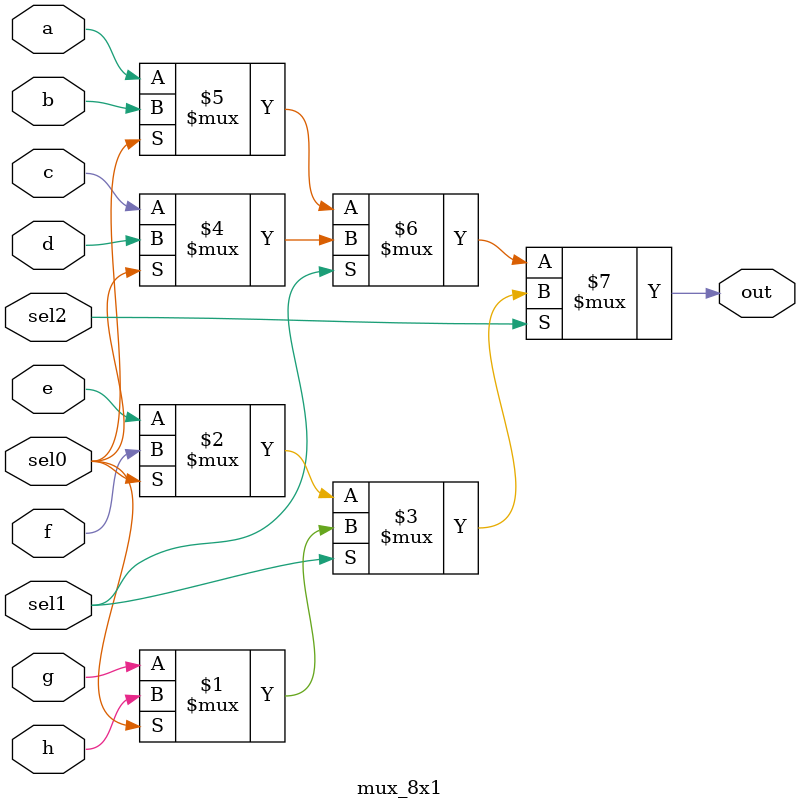
<source format=v>
module mux_8x1(a, b, c, d, e, f, g, h, sel0, sel1, sel2, out); // Creat module called mux_8x1

    // Inputs and outputs
    input a, b, c, d, e, f, g, h, sel0, sel1, sel2;
    output out;

    // {sel2, sel1, sel0}: {0,0,0} = a, {0,0,1} = b, {0,1,0} = c, {0,1,1} = d, {1,0,0} = e, {1,0,1} = f, {1,1,0} = g, {1,1,1} = h
    assign out = sel2 ? (sel1 ? (sel0 ? h:g) : (sel0 ? f:e)):(sel1 ? (sel0 ? d:c) : (sel0 ? b:a));

endmodule // Ends module mux_8x1
</source>
